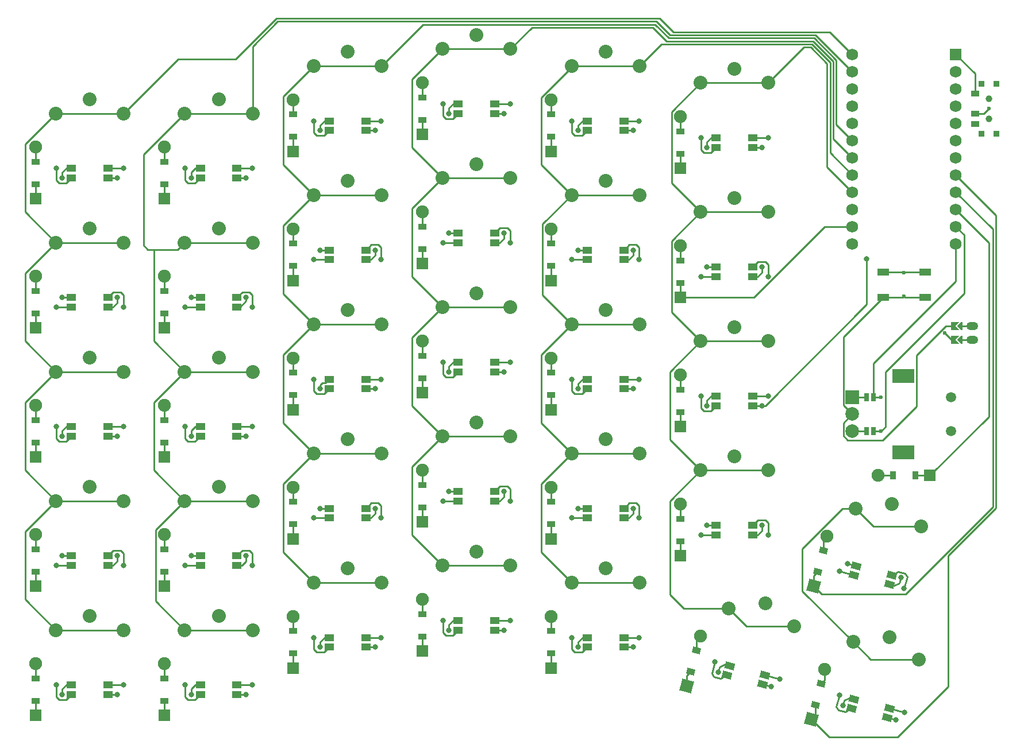
<source format=gbr>
%TF.GenerationSoftware,KiCad,Pcbnew,8.0.6*%
%TF.CreationDate,2025-03-22T19:16:27+01:00*%
%TF.ProjectId,left-finished,6c656674-2d66-4696-9e69-736865642e6b,v1.0.0*%
%TF.SameCoordinates,Original*%
%TF.FileFunction,Copper,L2,Bot*%
%TF.FilePolarity,Positive*%
%FSLAX46Y46*%
G04 Gerber Fmt 4.6, Leading zero omitted, Abs format (unit mm)*
G04 Created by KiCad (PCBNEW 8.0.6) date 2025-03-22 19:16:27*
%MOMM*%
%LPD*%
G01*
G04 APERTURE LIST*
G04 Aperture macros list*
%AMRotRect*
0 Rectangle, with rotation*
0 The origin of the aperture is its center*
0 $1 length*
0 $2 width*
0 $3 Rotation angle, in degrees counterclockwise*
0 Add horizontal line*
21,1,$1,$2,0,0,$3*%
%AMFreePoly0*
4,1,6,0.600000,-1.000000,0.000000,-0.400000,-0.600000,-1.000000,-0.600000,0.250000,0.600000,0.250000,0.600000,-1.000000,0.600000,-1.000000,$1*%
%AMFreePoly1*
4,1,6,0.600000,-0.200000,0.600000,-0.400000,-0.600000,-0.400000,-0.600000,-0.200000,0.000000,0.400000,0.600000,-0.200000,0.600000,-0.200000,$1*%
G04 Aperture macros list end*
%TA.AperFunction,WasherPad*%
%ADD10C,1.000000*%
%TD*%
%TA.AperFunction,ComponentPad*%
%ADD11C,2.032000*%
%TD*%
%TA.AperFunction,ComponentPad*%
%ADD12R,1.778000X1.778000*%
%TD*%
%TA.AperFunction,SMDPad,CuDef*%
%ADD13R,1.200000X0.900000*%
%TD*%
%TA.AperFunction,ComponentPad*%
%ADD14C,1.905000*%
%TD*%
%TA.AperFunction,ComponentPad*%
%ADD15C,0.600000*%
%TD*%
%TA.AperFunction,SMDPad,CuDef*%
%ADD16FreePoly0,90.000000*%
%TD*%
%TA.AperFunction,ComponentPad*%
%ADD17O,1.750000X1.200000*%
%TD*%
%TA.AperFunction,SMDPad,CuDef*%
%ADD18FreePoly1,90.000000*%
%TD*%
%TA.AperFunction,SMDPad,CuDef*%
%ADD19R,1.800000X1.100000*%
%TD*%
%TA.AperFunction,ComponentPad*%
%ADD20R,1.752600X1.752600*%
%TD*%
%TA.AperFunction,ComponentPad*%
%ADD21C,1.752600*%
%TD*%
%TA.AperFunction,SMDPad,CuDef*%
%ADD22R,0.635000X1.143000*%
%TD*%
%TA.AperFunction,ComponentPad*%
%ADD23RotRect,1.778000X1.778000X75.000000*%
%TD*%
%TA.AperFunction,SMDPad,CuDef*%
%ADD24RotRect,0.900000X1.200000X75.000000*%
%TD*%
%TA.AperFunction,SMDPad,CuDef*%
%ADD25R,0.900000X1.200000*%
%TD*%
%TA.AperFunction,SMDPad,CuDef*%
%ADD26R,0.900000X0.900000*%
%TD*%
%TA.AperFunction,SMDPad,CuDef*%
%ADD27R,1.250000X0.900000*%
%TD*%
%TA.AperFunction,ComponentPad*%
%ADD28R,3.200000X2.000000*%
%TD*%
%TA.AperFunction,ComponentPad*%
%ADD29C,1.500000*%
%TD*%
%TA.AperFunction,ComponentPad*%
%ADD30R,2.000000X2.000000*%
%TD*%
%TA.AperFunction,ComponentPad*%
%ADD31C,2.000000*%
%TD*%
%TA.AperFunction,SMDPad,CuDef*%
%ADD32R,1.400000X1.000000*%
%TD*%
%TA.AperFunction,SMDPad,CuDef*%
%ADD33RotRect,1.400000X1.000000X345.000000*%
%TD*%
%TA.AperFunction,SMDPad,CuDef*%
%ADD34RotRect,1.400000X1.000000X165.000000*%
%TD*%
%TA.AperFunction,ViaPad*%
%ADD35C,0.800000*%
%TD*%
%TA.AperFunction,Conductor*%
%ADD36C,0.250000*%
%TD*%
G04 APERTURE END LIST*
D10*
%TO.P,T1,*%
%TO.N,*%
X232500000Y-67800000D03*
X232500000Y-70800000D03*
%TD*%
D11*
%TO.P,S5,1*%
%TO.N,P1*%
X95000000Y-70000000D03*
X105000000Y-70000000D03*
%TO.P,S5,2*%
%TO.N,outer_num*%
X100000000Y-67900000D03*
X100000000Y-67900000D03*
%TD*%
D12*
%TO.P,D22,1*%
%TO.N,P15*%
X168000000Y-132760000D03*
D13*
X168000000Y-130600000D03*
%TO.P,D22,2*%
%TO.N,index_bottom*%
X168000000Y-127300000D03*
D14*
X168000000Y-125140000D03*
%TD*%
D15*
%TO.P,REF\u002A\u002A,1*%
%TO.N,RST*%
X220000000Y-93500000D03*
%TD*%
D11*
%TO.P,S13,1*%
%TO.N,P3*%
X133000000Y-101100000D03*
X143000000Y-101100000D03*
%TO.P,S13,2*%
%TO.N,ring_home*%
X138000000Y-99000000D03*
X138000000Y-99000000D03*
%TD*%
%TO.P,S28,1*%
%TO.N,P6*%
X190000000Y-84550000D03*
X200000000Y-84550000D03*
%TO.P,S28,2*%
%TO.N,inner_top*%
X195000000Y-82450000D03*
X195000000Y-82450000D03*
%TD*%
D12*
%TO.P,D27,1*%
%TO.N,P14*%
X187000000Y-116210000D03*
D13*
X187000000Y-114050000D03*
%TO.P,D27,2*%
%TO.N,inner_home*%
X187000000Y-110750000D03*
D14*
X187000000Y-108590000D03*
%TD*%
D12*
%TO.P,D16,1*%
%TO.N,P18*%
X149000000Y-149310000D03*
D13*
X149000000Y-147150000D03*
%TO.P,D16,2*%
%TO.N,middle_mod*%
X149000000Y-143850000D03*
D14*
X149000000Y-141690000D03*
%TD*%
D16*
%TO.P,JST1,1*%
%TO.N,pos*%
X227184000Y-103400000D03*
%TO.P,JST1,2*%
%TO.N,GND*%
X227184000Y-101400000D03*
D17*
%TO.P,JST1,11*%
%TO.N,JST1_1*%
X230000000Y-101400000D03*
%TO.P,JST1,12*%
%TO.N,JST1_2*%
X230000000Y-103400000D03*
D18*
%TO.P,JST1,31*%
%TO.N,JST1_1*%
X228200000Y-101400000D03*
%TO.P,JST1,32*%
%TO.N,JST1_2*%
X228200000Y-103400000D03*
%TD*%
D11*
%TO.P,S9,1*%
%TO.N,P0*%
X114000000Y-89050000D03*
X124000000Y-89050000D03*
%TO.P,S9,2*%
%TO.N,pinky_top*%
X119000000Y-86950000D03*
X119000000Y-86950000D03*
%TD*%
%TO.P,S26,1*%
%TO.N,P6*%
X190000000Y-122650000D03*
X200000000Y-122650000D03*
%TO.P,S26,2*%
%TO.N,inner_bottom*%
X195000000Y-120550000D03*
X195000000Y-120550000D03*
%TD*%
D15*
%TO.P,REF\u002A\u002A,1*%
%TO.N,GND*%
X220000000Y-97000000D03*
%TD*%
D11*
%TO.P,S14,1*%
%TO.N,P3*%
X133000000Y-82050000D03*
X143000000Y-82050000D03*
%TO.P,S14,2*%
%TO.N,ring_top*%
X138000000Y-79950000D03*
X138000000Y-79950000D03*
%TD*%
D12*
%TO.P,D18,1*%
%TO.N,P14*%
X149000000Y-111210000D03*
D13*
X149000000Y-109050000D03*
%TO.P,D18,2*%
%TO.N,middle_home*%
X149000000Y-105750000D03*
D14*
X149000000Y-103590000D03*
%TD*%
D12*
%TO.P,D24,1*%
%TO.N,P8*%
X168000000Y-94660000D03*
D13*
X168000000Y-92500000D03*
%TO.P,D24,2*%
%TO.N,index_top*%
X168000000Y-89200000D03*
D14*
X168000000Y-87040000D03*
%TD*%
D15*
%TO.P,REF\u002A\u002A,1*%
%TO.N,P10*%
X216600000Y-111900000D03*
%TD*%
D12*
%TO.P,D8,1*%
%TO.N,P14*%
X111000000Y-120710000D03*
D13*
X111000000Y-118550000D03*
%TO.P,D8,2*%
%TO.N,pinky_home*%
X111000000Y-115250000D03*
D14*
X111000000Y-113090000D03*
%TD*%
D12*
%TO.P,D10,1*%
%TO.N,P7*%
X111000000Y-82610000D03*
D13*
X111000000Y-80450000D03*
%TO.P,D10,2*%
%TO.N,pinky_num*%
X111000000Y-77150000D03*
D14*
X111000000Y-74990000D03*
%TD*%
D12*
%TO.P,D13,1*%
%TO.N,P14*%
X130000000Y-113710000D03*
D13*
X130000000Y-111550000D03*
%TO.P,D13,2*%
%TO.N,ring_home*%
X130000000Y-108250000D03*
D14*
X130000000Y-106090000D03*
%TD*%
D12*
%TO.P,D1,1*%
%TO.N,P18*%
X92000000Y-158810000D03*
D13*
X92000000Y-156650000D03*
%TO.P,D1,2*%
%TO.N,outer_mod*%
X92000000Y-153350000D03*
D14*
X92000000Y-151190000D03*
%TD*%
D19*
%TO.P,B2,1*%
%TO.N,GND*%
X223100000Y-97150000D03*
X216900000Y-97150000D03*
%TO.P,B2,2*%
%TO.N,RST*%
X223100000Y-93450000D03*
X216900000Y-93450000D03*
%TD*%
D11*
%TO.P,S18,1*%
%TO.N,P4*%
X152000000Y-98600000D03*
X162000000Y-98600000D03*
%TO.P,S18,2*%
%TO.N,middle_home*%
X157000000Y-96500000D03*
X157000000Y-96500000D03*
%TD*%
D20*
%TO.P,MCU1,1*%
%TO.N,RAW*%
X227620000Y-61330000D03*
D21*
%TO.P,MCU1,2*%
%TO.N,GND*%
X227620000Y-63870000D03*
%TO.P,MCU1,3*%
%TO.N,RST*%
X227620000Y-66410000D03*
%TO.P,MCU1,4*%
%TO.N,VCC*%
X227620000Y-68950000D03*
%TO.P,MCU1,5*%
%TO.N,P21*%
X227620000Y-71490000D03*
%TO.P,MCU1,6*%
%TO.N,P20*%
X227620000Y-74030000D03*
%TO.P,MCU1,7*%
%TO.N,P19*%
X227620000Y-76570000D03*
%TO.P,MCU1,8*%
%TO.N,P18*%
X227620000Y-79110000D03*
%TO.P,MCU1,9*%
%TO.N,P15*%
X227620000Y-81650000D03*
%TO.P,MCU1,10*%
%TO.N,P14*%
X227620000Y-84190000D03*
%TO.P,MCU1,11*%
%TO.N,P16*%
X227620000Y-86730000D03*
%TO.P,MCU1,12*%
%TO.N,P10*%
X227620000Y-89270000D03*
%TO.P,MCU1,13*%
%TO.N,P1*%
X212380000Y-61330000D03*
%TO.P,MCU1,14*%
%TO.N,P0*%
X212380000Y-63870000D03*
%TO.P,MCU1,15*%
%TO.N,GND*%
X212380000Y-66410000D03*
%TO.P,MCU1,16*%
X212380000Y-68950000D03*
%TO.P,MCU1,17*%
%TO.N,P2*%
X212380000Y-71490000D03*
%TO.P,MCU1,18*%
%TO.N,P3*%
X212380000Y-74030000D03*
%TO.P,MCU1,19*%
%TO.N,P4*%
X212380000Y-76570000D03*
%TO.P,MCU1,20*%
%TO.N,P5*%
X212380000Y-79110000D03*
%TO.P,MCU1,21*%
%TO.N,P6*%
X212380000Y-81650000D03*
%TO.P,MCU1,22*%
%TO.N,P7*%
X212380000Y-84190000D03*
%TO.P,MCU1,23*%
%TO.N,P8*%
X212380000Y-86730000D03*
%TO.P,MCU1,24*%
%TO.N,P9*%
X212380000Y-89270000D03*
%TD*%
D11*
%TO.P,S30,1*%
%TO.N,P6*%
X194153883Y-143035387D03*
X203813142Y-145623577D03*
%TO.P,S30,2*%
%TO.N,outer_bottom_thumbs*%
X199527032Y-142301038D03*
X199527032Y-142301038D03*
%TD*%
D12*
%TO.P,D4,1*%
%TO.N,P8*%
X92000000Y-101660000D03*
D13*
X92000000Y-99500000D03*
%TO.P,D4,2*%
%TO.N,outer_top*%
X92000000Y-96200000D03*
D14*
X92000000Y-94040000D03*
%TD*%
D22*
%TO.P,J4,1*%
%TO.N,P16*%
X215500380Y-116900000D03*
%TO.P,J4,2*%
%TO.N,scroll-j2*%
X214499620Y-116900000D03*
%TD*%
D11*
%TO.P,S12,1*%
%TO.N,P3*%
X133000000Y-120150000D03*
X143000000Y-120150000D03*
%TO.P,S12,2*%
%TO.N,ring_bottom*%
X138000000Y-118050000D03*
X138000000Y-118050000D03*
%TD*%
D23*
%TO.P,D31,1*%
%TO.N,P18*%
X206344987Y-159356816D03*
D24*
X206904039Y-157270417D03*
%TO.P,D31,2*%
%TO.N,inner_bottom_thumbs*%
X207758139Y-154082861D03*
D14*
X208317191Y-151996462D03*
%TD*%
D15*
%TO.P,REF\u002A\u002A,1*%
%TO.N,P16*%
X216600000Y-116900000D03*
%TD*%
D11*
%TO.P,S27,1*%
%TO.N,P6*%
X190000000Y-103600000D03*
X200000000Y-103600000D03*
%TO.P,S27,2*%
%TO.N,inner_home*%
X195000000Y-101500000D03*
X195000000Y-101500000D03*
%TD*%
%TO.P,S10,1*%
%TO.N,P0*%
X114000000Y-70000000D03*
X124000000Y-70000000D03*
%TO.P,S10,2*%
%TO.N,pinky_num*%
X119000000Y-67900000D03*
X119000000Y-67900000D03*
%TD*%
D12*
%TO.P,D11,1*%
%TO.N,P18*%
X130000000Y-151810000D03*
D13*
X130000000Y-149650000D03*
%TO.P,D11,2*%
%TO.N,ring_mod*%
X130000000Y-146350000D03*
D14*
X130000000Y-144190000D03*
%TD*%
D11*
%TO.P,S17,1*%
%TO.N,P4*%
X152000000Y-117650000D03*
X162000000Y-117650000D03*
%TO.P,S17,2*%
%TO.N,middle_bottom*%
X157000000Y-115550000D03*
X157000000Y-115550000D03*
%TD*%
%TO.P,S11,1*%
%TO.N,P3*%
X133000000Y-139200000D03*
X143000000Y-139200000D03*
%TO.P,S11,2*%
%TO.N,ring_mod*%
X138000000Y-137100000D03*
X138000000Y-137100000D03*
%TD*%
D12*
%TO.P,D21,1*%
%TO.N,P18*%
X168000000Y-151810000D03*
D13*
X168000000Y-149650000D03*
%TO.P,D21,2*%
%TO.N,index_mod*%
X168000000Y-146350000D03*
D14*
X168000000Y-144190000D03*
%TD*%
D11*
%TO.P,S6,1*%
%TO.N,P0*%
X114000000Y-146200000D03*
X124000000Y-146200000D03*
%TO.P,S6,2*%
%TO.N,pinky_mod*%
X119000000Y-144100000D03*
X119000000Y-144100000D03*
%TD*%
D12*
%TO.P,D33,1*%
%TO.N,P14*%
X223810000Y-123400000D03*
D25*
X221650000Y-123400000D03*
%TO.P,D33,2*%
%TO.N,RB_ROW*%
X218350000Y-123400000D03*
D14*
X216190000Y-123400000D03*
%TD*%
D26*
%TO.P,T2,*%
%TO.N,*%
X233600000Y-65600000D03*
X231400000Y-65600000D03*
D10*
X232500000Y-67800000D03*
X232500000Y-70800000D03*
D26*
X233600000Y-73000000D03*
X231400000Y-73000000D03*
D27*
%TO.P,T2,1*%
%TO.N,RAW*%
X230425000Y-67050000D03*
%TO.P,T2,2*%
%TO.N,pos*%
X230425000Y-70050000D03*
%TO.P,T2,3*%
%TO.N,N/C*%
X230425000Y-71550000D03*
%TD*%
D22*
%TO.P,J3,1*%
%TO.N,P10*%
X215500380Y-111900000D03*
%TO.P,J3,2*%
%TO.N,scroll-j1*%
X214499620Y-111900000D03*
%TD*%
D11*
%TO.P,S15,1*%
%TO.N,P3*%
X133000000Y-63000000D03*
X143000000Y-63000000D03*
%TO.P,S15,2*%
%TO.N,ring_num*%
X138000000Y-60900000D03*
X138000000Y-60900000D03*
%TD*%
%TO.P,S4,1*%
%TO.N,P1*%
X95000000Y-89050000D03*
X105000000Y-89050000D03*
%TO.P,S4,2*%
%TO.N,outer_top*%
X100000000Y-86950000D03*
X100000000Y-86950000D03*
%TD*%
D12*
%TO.P,D26,1*%
%TO.N,P15*%
X187000000Y-135260000D03*
D13*
X187000000Y-133100000D03*
%TO.P,D26,2*%
%TO.N,inner_bottom*%
X187000000Y-129800000D03*
D14*
X187000000Y-127640000D03*
%TD*%
D11*
%TO.P,S25,1*%
%TO.N,P5*%
X171000000Y-63000000D03*
X181000000Y-63000000D03*
%TO.P,S25,2*%
%TO.N,index_num*%
X176000000Y-60900000D03*
X176000000Y-60900000D03*
%TD*%
D12*
%TO.P,D19,1*%
%TO.N,P8*%
X149000000Y-92160000D03*
D13*
X149000000Y-90000000D03*
%TO.P,D19,2*%
%TO.N,middle_top*%
X149000000Y-86700000D03*
D14*
X149000000Y-84540000D03*
%TD*%
D12*
%TO.P,D3,1*%
%TO.N,P14*%
X92000000Y-120710000D03*
D13*
X92000000Y-118550000D03*
%TO.P,D3,2*%
%TO.N,outer_home*%
X92000000Y-115250000D03*
D14*
X92000000Y-113090000D03*
%TD*%
D12*
%TO.P,D2,1*%
%TO.N,P15*%
X92000000Y-139760000D03*
D13*
X92000000Y-137600000D03*
%TO.P,D2,2*%
%TO.N,outer_bottom*%
X92000000Y-134300000D03*
D14*
X92000000Y-132140000D03*
%TD*%
D15*
%TO.P,REF\u002A\u002A,1*%
%TO.N,pos*%
X232500000Y-69300000D03*
%TD*%
D11*
%TO.P,S20,1*%
%TO.N,P4*%
X152000000Y-60500000D03*
X162000000Y-60500000D03*
%TO.P,S20,2*%
%TO.N,middle_num*%
X157000000Y-58400000D03*
X157000000Y-58400000D03*
%TD*%
D12*
%TO.P,D7,1*%
%TO.N,P15*%
X111000000Y-139760000D03*
D13*
X111000000Y-137600000D03*
%TO.P,D7,2*%
%TO.N,pinky_bottom*%
X111000000Y-134300000D03*
D14*
X111000000Y-132140000D03*
%TD*%
D15*
%TO.P,REF\u002A\u002A,1*%
%TO.N,pos*%
X226000000Y-102400000D03*
%TD*%
D28*
%TO.P,ROT1,*%
%TO.N,*%
X219880000Y-108760000D03*
X219880000Y-119960000D03*
D29*
%TO.P,ROT1,1*%
%TO.N,P9*%
X226880000Y-111860000D03*
%TO.P,ROT1,2*%
%TO.N,RB_ROW*%
X226880000Y-116860000D03*
D30*
%TO.P,ROT1,A*%
%TO.N,scroll-j1*%
X212380000Y-111860000D03*
D31*
%TO.P,ROT1,B*%
%TO.N,scroll-j2*%
X212380000Y-116860000D03*
%TO.P,ROT1,C*%
%TO.N,GND*%
X212380000Y-114360000D03*
%TD*%
D11*
%TO.P,S29,1*%
%TO.N,P6*%
X190000000Y-65500000D03*
X200000000Y-65500000D03*
%TO.P,S29,2*%
%TO.N,inner_num*%
X195000000Y-63400000D03*
X195000000Y-63400000D03*
%TD*%
D12*
%TO.P,D23,1*%
%TO.N,P14*%
X168000000Y-113710000D03*
D13*
X168000000Y-111550000D03*
%TO.P,D23,2*%
%TO.N,index_home*%
X168000000Y-108250000D03*
D14*
X168000000Y-106090000D03*
%TD*%
D11*
%TO.P,S31,1*%
%TO.N,P9*%
X212506474Y-147952949D03*
X222165733Y-150541139D03*
%TO.P,S31,2*%
%TO.N,inner_bottom_thumbs*%
X217879623Y-147218600D03*
X217879623Y-147218600D03*
%TD*%
%TO.P,S2,1*%
%TO.N,P1*%
X95000000Y-127150000D03*
X105000000Y-127150000D03*
%TO.P,S2,2*%
%TO.N,outer_bottom*%
X100000000Y-125050000D03*
X100000000Y-125050000D03*
%TD*%
D12*
%TO.P,D5,1*%
%TO.N,P7*%
X92000000Y-82610000D03*
D13*
X92000000Y-80450000D03*
%TO.P,D5,2*%
%TO.N,outer_num*%
X92000000Y-77150000D03*
D14*
X92000000Y-74990000D03*
%TD*%
D11*
%TO.P,S21,1*%
%TO.N,P5*%
X171000000Y-139200000D03*
X181000000Y-139200000D03*
%TO.P,S21,2*%
%TO.N,index_mod*%
X176000000Y-137100000D03*
X176000000Y-137100000D03*
%TD*%
D12*
%TO.P,D6,1*%
%TO.N,P18*%
X111000000Y-158810000D03*
D13*
X111000000Y-156650000D03*
%TO.P,D6,2*%
%TO.N,pinky_mod*%
X111000000Y-153350000D03*
D14*
X111000000Y-151190000D03*
%TD*%
D12*
%TO.P,D17,1*%
%TO.N,P15*%
X149000000Y-130260000D03*
D13*
X149000000Y-128100000D03*
%TO.P,D17,2*%
%TO.N,middle_bottom*%
X149000000Y-124800000D03*
D14*
X149000000Y-122640000D03*
%TD*%
D11*
%TO.P,S23,1*%
%TO.N,P5*%
X171000000Y-101100000D03*
X181000000Y-101100000D03*
%TO.P,S23,2*%
%TO.N,index_home*%
X176000000Y-99000000D03*
X176000000Y-99000000D03*
%TD*%
D12*
%TO.P,D20,1*%
%TO.N,P7*%
X149000000Y-73110000D03*
D13*
X149000000Y-70950000D03*
%TO.P,D20,2*%
%TO.N,middle_num*%
X149000000Y-67650000D03*
D14*
X149000000Y-65490000D03*
%TD*%
D11*
%TO.P,S1,1*%
%TO.N,P1*%
X95000000Y-146200000D03*
X105000000Y-146200000D03*
%TO.P,S1,2*%
%TO.N,outer_mod*%
X100000000Y-144100000D03*
X100000000Y-144100000D03*
%TD*%
%TO.P,S32,1*%
%TO.N,P9*%
X212848829Y-128322671D03*
X222508088Y-130910861D03*
%TO.P,S32,2*%
%TO.N,inner_top_thumbs*%
X218221978Y-127588322D03*
X218221978Y-127588322D03*
%TD*%
%TO.P,S22,1*%
%TO.N,P5*%
X171000000Y-120150000D03*
X181000000Y-120150000D03*
%TO.P,S22,2*%
%TO.N,index_bottom*%
X176000000Y-118050000D03*
X176000000Y-118050000D03*
%TD*%
%TO.P,S16,1*%
%TO.N,P4*%
X152000000Y-136700000D03*
X162000000Y-136700000D03*
%TO.P,S16,2*%
%TO.N,middle_mod*%
X157000000Y-134600000D03*
X157000000Y-134600000D03*
%TD*%
%TO.P,S3,1*%
%TO.N,P1*%
X95000000Y-108100000D03*
X105000000Y-108100000D03*
%TO.P,S3,2*%
%TO.N,outer_home*%
X100000000Y-106000000D03*
X100000000Y-106000000D03*
%TD*%
%TO.P,S24,1*%
%TO.N,P5*%
X171000000Y-82050000D03*
X181000000Y-82050000D03*
%TO.P,S24,2*%
%TO.N,index_top*%
X176000000Y-79950000D03*
X176000000Y-79950000D03*
%TD*%
%TO.P,S19,1*%
%TO.N,P4*%
X152000000Y-79550000D03*
X162000000Y-79550000D03*
%TO.P,S19,2*%
%TO.N,middle_top*%
X157000000Y-77450000D03*
X157000000Y-77450000D03*
%TD*%
D12*
%TO.P,D15,1*%
%TO.N,P7*%
X130000000Y-75610000D03*
D13*
X130000000Y-73450000D03*
%TO.P,D15,2*%
%TO.N,ring_num*%
X130000000Y-70150000D03*
D14*
X130000000Y-67990000D03*
%TD*%
D12*
%TO.P,D28,1*%
%TO.N,P8*%
X187000000Y-97160000D03*
D13*
X187000000Y-95000000D03*
%TO.P,D28,2*%
%TO.N,inner_top*%
X187000000Y-91700000D03*
D14*
X187000000Y-89540000D03*
%TD*%
D12*
%TO.P,D25,1*%
%TO.N,P7*%
X168000000Y-75610000D03*
D13*
X168000000Y-73450000D03*
%TO.P,D25,2*%
%TO.N,index_num*%
X168000000Y-70150000D03*
D14*
X168000000Y-67990000D03*
%TD*%
D12*
%TO.P,D29,1*%
%TO.N,P7*%
X187000000Y-78110000D03*
D13*
X187000000Y-75950000D03*
%TO.P,D29,2*%
%TO.N,inner_num*%
X187000000Y-72650000D03*
D14*
X187000000Y-70490000D03*
%TD*%
D23*
%TO.P,D30,1*%
%TO.N,P18*%
X187992396Y-154439254D03*
D24*
X188551448Y-152352855D03*
%TO.P,D30,2*%
%TO.N,outer_bottom_thumbs*%
X189405548Y-149165299D03*
D14*
X189964600Y-147078900D03*
%TD*%
D11*
%TO.P,S7,1*%
%TO.N,P0*%
X114000000Y-127150000D03*
X124000000Y-127150000D03*
%TO.P,S7,2*%
%TO.N,pinky_bottom*%
X119000000Y-125050000D03*
X119000000Y-125050000D03*
%TD*%
D12*
%TO.P,D14,1*%
%TO.N,P8*%
X130000000Y-94660000D03*
D13*
X130000000Y-92500000D03*
%TO.P,D14,2*%
%TO.N,ring_top*%
X130000000Y-89200000D03*
D14*
X130000000Y-87040000D03*
%TD*%
D12*
%TO.P,D12,1*%
%TO.N,P15*%
X130000000Y-132760000D03*
D13*
X130000000Y-130600000D03*
%TO.P,D12,2*%
%TO.N,ring_bottom*%
X130000000Y-127300000D03*
D14*
X130000000Y-125140000D03*
%TD*%
D23*
%TO.P,D32,1*%
%TO.N,P15*%
X206687342Y-139726538D03*
D24*
X207246394Y-137640139D03*
%TO.P,D32,2*%
%TO.N,inner_top_thumbs*%
X208100494Y-134452583D03*
D14*
X208659546Y-132366184D03*
%TD*%
D12*
%TO.P,D9,1*%
%TO.N,P8*%
X111000000Y-101660000D03*
D13*
X111000000Y-99500000D03*
%TO.P,D9,2*%
%TO.N,pinky_top*%
X111000000Y-96200000D03*
D14*
X111000000Y-94040000D03*
%TD*%
D11*
%TO.P,S8,1*%
%TO.N,P0*%
X114000000Y-108100000D03*
X124000000Y-108100000D03*
%TO.P,S8,2*%
%TO.N,pinky_home*%
X119000000Y-106000000D03*
X119000000Y-106000000D03*
%TD*%
D32*
%TO.P,LED9,1*%
%TO.N,VCC*%
X140700000Y-72500000D03*
%TO.P,LED9,2*%
%TO.N,led_3*%
X140700000Y-71100000D03*
%TO.P,LED9,3*%
%TO.N,GND*%
X135300000Y-71100000D03*
%TO.P,LED9,4*%
%TO.N,led_4*%
X135300000Y-72500000D03*
%TD*%
%TO.P,LED11,1*%
%TO.N,VCC*%
X159700000Y-108100000D03*
%TO.P,LED11,2*%
%TO.N,led_14*%
X159700000Y-106700000D03*
%TO.P,LED11,3*%
%TO.N,GND*%
X154300000Y-106700000D03*
%TO.P,LED11,4*%
%TO.N,led_15*%
X154300000Y-108100000D03*
%TD*%
%TO.P,LED5,1*%
%TO.N,VCC*%
X121700000Y-117600000D03*
%TO.P,LED5,2*%
%TO.N,led_16*%
X121700000Y-116200000D03*
%TO.P,LED5,3*%
%TO.N,GND*%
X116300000Y-116200000D03*
%TO.P,LED5,4*%
%TO.N,led_17*%
X116300000Y-117600000D03*
%TD*%
%TO.P,LED26,1*%
%TO.N,VCC*%
X154300000Y-125750000D03*
%TO.P,LED26,2*%
%TO.N,led_21*%
X154300000Y-127150000D03*
%TO.P,LED26,3*%
%TO.N,GND*%
X159700000Y-127150000D03*
%TO.P,LED26,4*%
%TO.N,led_22*%
X159700000Y-125750000D03*
%TD*%
%TO.P,LED22,1*%
%TO.N,VCC*%
X116300000Y-135250000D03*
%TO.P,LED22,2*%
%TO.N,led_19*%
X116300000Y-136650000D03*
%TO.P,LED22,3*%
%TO.N,GND*%
X121700000Y-136650000D03*
%TO.P,LED22,4*%
%TO.N,led_20*%
X121700000Y-135250000D03*
%TD*%
%TO.P,LED1,1*%
%TO.N,VCC*%
X102700000Y-155700000D03*
%TO.P,LED1,2*%
%TO.N,led_31*%
X102700000Y-154300000D03*
%TO.P,LED1,3*%
%TO.N,GND*%
X97300000Y-154300000D03*
%TO.P,LED1,4*%
%TO.N,led_32*%
X97300000Y-155700000D03*
%TD*%
%TO.P,LED20,1*%
%TO.N,VCC*%
X97300000Y-135250000D03*
%TO.P,LED20,2*%
%TO.N,led_18*%
X97300000Y-136650000D03*
%TO.P,LED20,3*%
%TO.N,GND*%
X102700000Y-136650000D03*
%TO.P,LED20,4*%
%TO.N,led_19*%
X102700000Y-135250000D03*
%TD*%
%TO.P,LED14,1*%
%TO.N,VCC*%
X178700000Y-110600000D03*
%TO.P,LED14,2*%
%TO.N,led_13*%
X178700000Y-109200000D03*
%TO.P,LED14,3*%
%TO.N,GND*%
X173300000Y-109200000D03*
%TO.P,LED14,4*%
%TO.N,led_14*%
X173300000Y-110600000D03*
%TD*%
%TO.P,LED17,1*%
%TO.N,VCC*%
X197700000Y-75000000D03*
%TO.P,LED17,2*%
%TO.N,P2*%
X197700000Y-73600000D03*
%TO.P,LED17,3*%
%TO.N,GND*%
X192300000Y-73600000D03*
%TO.P,LED17,4*%
%TO.N,led_1*%
X192300000Y-75000000D03*
%TD*%
%TO.P,LED25,1*%
%TO.N,VCC*%
X135300000Y-90150000D03*
%TO.P,LED25,2*%
%TO.N,led_8*%
X135300000Y-91550000D03*
%TO.P,LED25,3*%
%TO.N,GND*%
X140700000Y-91550000D03*
%TO.P,LED25,4*%
%TO.N,led_9*%
X140700000Y-90150000D03*
%TD*%
%TO.P,LED2,1*%
%TO.N,VCC*%
X102700000Y-117600000D03*
%TO.P,LED2,2*%
%TO.N,led_17*%
X102700000Y-116200000D03*
%TO.P,LED2,3*%
%TO.N,GND*%
X97300000Y-116200000D03*
%TO.P,LED2,4*%
%TO.N,led_18*%
X97300000Y-117600000D03*
%TD*%
%TO.P,LED16,1*%
%TO.N,VCC*%
X197700000Y-113100000D03*
%TO.P,LED16,2*%
%TO.N,led_12*%
X197700000Y-111700000D03*
%TO.P,LED16,3*%
%TO.N,GND*%
X192300000Y-111700000D03*
%TO.P,LED16,4*%
%TO.N,led_13*%
X192300000Y-113100000D03*
%TD*%
%TO.P,LED6,1*%
%TO.N,VCC*%
X121700000Y-79500000D03*
%TO.P,LED6,2*%
%TO.N,led_4*%
X121700000Y-78100000D03*
%TO.P,LED6,3*%
%TO.N,GND*%
X116300000Y-78100000D03*
%TO.P,LED6,4*%
%TO.N,led_5*%
X116300000Y-79500000D03*
%TD*%
D33*
%TO.P,LED18,1*%
%TO.N,VCC*%
X199132731Y-154204589D03*
%TO.P,LED18,2*%
%TO.N,led_26*%
X199495078Y-152852292D03*
%TO.P,LED18,3*%
%TO.N,GND*%
X194279079Y-151454669D03*
%TO.P,LED18,4*%
%TO.N,led_27*%
X193916732Y-152806966D03*
%TD*%
D32*
%TO.P,LED30,1*%
%TO.N,VCC*%
X192300000Y-130750000D03*
%TO.P,LED30,2*%
%TO.N,led_23*%
X192300000Y-132150000D03*
%TO.P,LED30,3*%
%TO.N,GND*%
X197700000Y-132150000D03*
%TO.P,LED30,4*%
%TO.N,led_24*%
X197700000Y-130750000D03*
%TD*%
%TO.P,LED12,1*%
%TO.N,VCC*%
X159700000Y-70000000D03*
%TO.P,LED12,2*%
%TO.N,led_2*%
X159700000Y-68600000D03*
%TO.P,LED12,3*%
%TO.N,GND*%
X154300000Y-68600000D03*
%TO.P,LED12,4*%
%TO.N,led_3*%
X154300000Y-70000000D03*
%TD*%
%TO.P,LED29,1*%
%TO.N,VCC*%
X173300000Y-90150000D03*
%TO.P,LED29,2*%
%TO.N,led_10*%
X173300000Y-91550000D03*
%TO.P,LED29,3*%
%TO.N,GND*%
X178700000Y-91550000D03*
%TO.P,LED29,4*%
%TO.N,led_11*%
X178700000Y-90150000D03*
%TD*%
D33*
%TO.P,LED19,1*%
%TO.N,VCC*%
X217485322Y-159122151D03*
%TO.P,LED19,2*%
%TO.N,led_25*%
X217847669Y-157769854D03*
%TO.P,LED19,3*%
%TO.N,GND*%
X212631670Y-156372231D03*
%TO.P,LED19,4*%
%TO.N,led_26*%
X212269323Y-157724528D03*
%TD*%
D32*
%TO.P,LED15,1*%
%TO.N,VCC*%
X178700000Y-72500000D03*
%TO.P,LED15,2*%
%TO.N,led_1*%
X178700000Y-71100000D03*
%TO.P,LED15,3*%
%TO.N,GND*%
X173300000Y-71100000D03*
%TO.P,LED15,4*%
%TO.N,led_2*%
X173300000Y-72500000D03*
%TD*%
%TO.P,LED24,1*%
%TO.N,VCC*%
X135300000Y-128250000D03*
%TO.P,LED24,2*%
%TO.N,led_20*%
X135300000Y-129650000D03*
%TO.P,LED24,3*%
%TO.N,GND*%
X140700000Y-129650000D03*
%TO.P,LED24,4*%
%TO.N,led_21*%
X140700000Y-128250000D03*
%TD*%
D34*
%TO.P,LED32,1*%
%TO.N,VCC*%
X212974025Y-136741954D03*
%TO.P,LED32,2*%
%TO.N,led_24*%
X212611678Y-138094251D03*
%TO.P,LED32,3*%
%TO.N,GND*%
X217827677Y-139491874D03*
%TO.P,LED32,4*%
%TO.N,led_25*%
X218190024Y-138139577D03*
%TD*%
D32*
%TO.P,LED23,1*%
%TO.N,VCC*%
X116300000Y-97150000D03*
%TO.P,LED23,2*%
%TO.N,led_7*%
X116300000Y-98550000D03*
%TO.P,LED23,3*%
%TO.N,GND*%
X121700000Y-98550000D03*
%TO.P,LED23,4*%
%TO.N,led_8*%
X121700000Y-97150000D03*
%TD*%
%TO.P,LED4,1*%
%TO.N,VCC*%
X121700000Y-155700000D03*
%TO.P,LED4,2*%
%TO.N,led_30*%
X121700000Y-154300000D03*
%TO.P,LED4,3*%
%TO.N,GND*%
X116300000Y-154300000D03*
%TO.P,LED4,4*%
%TO.N,led_31*%
X116300000Y-155700000D03*
%TD*%
%TO.P,LED10,1*%
%TO.N,VCC*%
X159700000Y-146200000D03*
%TO.P,LED10,2*%
%TO.N,led_28*%
X159700000Y-144800000D03*
%TO.P,LED10,3*%
%TO.N,GND*%
X154300000Y-144800000D03*
%TO.P,LED10,4*%
%TO.N,led_29*%
X154300000Y-146200000D03*
%TD*%
%TO.P,LED8,1*%
%TO.N,VCC*%
X140700000Y-110600000D03*
%TO.P,LED8,2*%
%TO.N,led_15*%
X140700000Y-109200000D03*
%TO.P,LED8,3*%
%TO.N,GND*%
X135300000Y-109200000D03*
%TO.P,LED8,4*%
%TO.N,led_16*%
X135300000Y-110600000D03*
%TD*%
%TO.P,LED3,1*%
%TO.N,VCC*%
X102700000Y-79500000D03*
%TO.P,LED3,2*%
%TO.N,led_5*%
X102700000Y-78100000D03*
%TO.P,LED3,3*%
%TO.N,GND*%
X97300000Y-78100000D03*
%TO.P,LED3,4*%
%TO.N,led_6*%
X97300000Y-79500000D03*
%TD*%
%TO.P,LED27,1*%
%TO.N,VCC*%
X154300000Y-87650000D03*
%TO.P,LED27,2*%
%TO.N,led_9*%
X154300000Y-89050000D03*
%TO.P,LED27,3*%
%TO.N,GND*%
X159700000Y-89050000D03*
%TO.P,LED27,4*%
%TO.N,led_10*%
X159700000Y-87650000D03*
%TD*%
%TO.P,LED21,1*%
%TO.N,VCC*%
X97300000Y-97150000D03*
%TO.P,LED21,2*%
%TO.N,led_6*%
X97300000Y-98550000D03*
%TO.P,LED21,3*%
%TO.N,GND*%
X102700000Y-98550000D03*
%TO.P,LED21,4*%
%TO.N,led_7*%
X102700000Y-97150000D03*
%TD*%
%TO.P,LED13,1*%
%TO.N,VCC*%
X178700000Y-148700000D03*
%TO.P,LED13,2*%
%TO.N,led_27*%
X178700000Y-147300000D03*
%TO.P,LED13,3*%
%TO.N,GND*%
X173300000Y-147300000D03*
%TO.P,LED13,4*%
%TO.N,led_28*%
X173300000Y-148700000D03*
%TD*%
%TO.P,LED28,1*%
%TO.N,VCC*%
X173300000Y-128250000D03*
%TO.P,LED28,2*%
%TO.N,led_22*%
X173300000Y-129650000D03*
%TO.P,LED28,3*%
%TO.N,GND*%
X178700000Y-129650000D03*
%TO.P,LED28,4*%
%TO.N,led_23*%
X178700000Y-128250000D03*
%TD*%
%TO.P,LED31,1*%
%TO.N,VCC*%
X192300000Y-92650000D03*
%TO.P,LED31,2*%
%TO.N,led_11*%
X192300000Y-94050000D03*
%TO.P,LED31,3*%
%TO.N,GND*%
X197700000Y-94050000D03*
%TO.P,LED31,4*%
%TO.N,led_12*%
X197700000Y-92650000D03*
%TD*%
%TO.P,LED7,1*%
%TO.N,VCC*%
X140700000Y-148700000D03*
%TO.P,LED7,2*%
%TO.N,led_29*%
X140700000Y-147300000D03*
%TO.P,LED7,3*%
%TO.N,GND*%
X135300000Y-147300000D03*
%TO.P,LED7,4*%
%TO.N,led_30*%
X135300000Y-148700000D03*
%TD*%
D35*
%TO.N,VCC*%
X161060000Y-70000000D03*
X114940000Y-135250000D03*
X133940000Y-128250000D03*
X104060000Y-79500000D03*
X104060000Y-155700000D03*
X180060000Y-148700000D03*
X123060000Y-155700000D03*
X123060000Y-79500000D03*
X114940000Y-97150000D03*
X142060000Y-110600000D03*
X190940000Y-92650000D03*
X123060000Y-117600000D03*
X104060000Y-117600000D03*
X214500000Y-91500000D03*
X161060000Y-108100000D03*
X211660365Y-136389960D03*
X199060000Y-113100000D03*
X200446390Y-154556583D03*
X190940000Y-130750000D03*
X142060000Y-72500000D03*
X152940000Y-87650000D03*
X199060000Y-75000000D03*
X95940000Y-135250000D03*
X180060000Y-110600000D03*
X133940000Y-90150000D03*
X152940000Y-125750000D03*
X218798981Y-159474144D03*
X171940000Y-128250000D03*
X95940000Y-97150000D03*
X161060000Y-146200000D03*
X180060000Y-72500000D03*
X171940000Y-90150000D03*
X142060000Y-148700000D03*
%TO.N,led_31*%
X104950000Y-154300000D03*
X114050000Y-154300000D03*
%TO.N,GND*%
X199060000Y-130750000D03*
X180060000Y-90150000D03*
X210955663Y-157372534D03*
X219503683Y-138491571D03*
X171940000Y-72500000D03*
X190940000Y-113100000D03*
X95940000Y-117600000D03*
X123060000Y-135250000D03*
X133940000Y-148700000D03*
X104060000Y-97150000D03*
X95940000Y-79500000D03*
X114940000Y-79500000D03*
X161060000Y-87650000D03*
X133940000Y-110600000D03*
X171940000Y-110600000D03*
X95940000Y-155700000D03*
X192603073Y-152454972D03*
X161060000Y-125750000D03*
X142060000Y-128250000D03*
X199060000Y-92650000D03*
X142060000Y-90150000D03*
X123060000Y-97150000D03*
X152940000Y-70000000D03*
X152940000Y-108100000D03*
X190940000Y-75000000D03*
X104060000Y-135250000D03*
X152940000Y-146200000D03*
X171940000Y-148700000D03*
X114940000Y-117600000D03*
X180060000Y-128250000D03*
X114940000Y-155700000D03*
X133940000Y-72500000D03*
%TO.N,led_32*%
X95050000Y-154300000D03*
%TO.N,led_17*%
X104950000Y-116200000D03*
X114050000Y-116200000D03*
%TO.N,led_18*%
X95050000Y-136650000D03*
X95050000Y-116200000D03*
%TO.N,led_5*%
X114050000Y-78100000D03*
X104950000Y-78100000D03*
%TO.N,led_6*%
X95050000Y-98550000D03*
X95050000Y-78100000D03*
%TO.N,led_30*%
X123950000Y-154300000D03*
X133050000Y-147300000D03*
%TO.N,led_16*%
X123950000Y-116200000D03*
X133050000Y-109200000D03*
%TO.N,led_4*%
X123950000Y-78100000D03*
X133050000Y-71100000D03*
%TO.N,led_29*%
X142950000Y-147300000D03*
X152050000Y-144800000D03*
%TO.N,led_15*%
X152050000Y-106700000D03*
X142950000Y-109200000D03*
%TO.N,led_3*%
X152050000Y-68600000D03*
X142950000Y-71100000D03*
%TO.N,led_28*%
X161950000Y-144800000D03*
X171050000Y-147300000D03*
%TO.N,led_14*%
X161950000Y-106700000D03*
X171050000Y-109200000D03*
%TO.N,led_2*%
X171050000Y-71100000D03*
X161950000Y-68600000D03*
%TO.N,led_27*%
X192105745Y-150872327D03*
X180950000Y-147300000D03*
%TO.N,led_13*%
X190050000Y-111700000D03*
X180950000Y-109200000D03*
%TO.N,led_1*%
X190050000Y-73600000D03*
X180950000Y-71100000D03*
%TO.N,led_12*%
X199950000Y-111700000D03*
X199950000Y-94050000D03*
%TO.N,P2*%
X199950000Y-73600000D03*
%TO.N,led_26*%
X210458336Y-155789889D03*
X201668411Y-153434635D03*
%TO.N,led_25*%
X220001010Y-140074216D03*
X220021002Y-158352197D03*
%TO.N,led_19*%
X104950000Y-136650000D03*
X114050000Y-136650000D03*
%TO.N,led_7*%
X114050000Y-98550000D03*
X104950000Y-98550000D03*
%TO.N,led_20*%
X123950000Y-136650000D03*
X133050000Y-129650000D03*
%TO.N,led_8*%
X133050000Y-91550000D03*
X123950000Y-98550000D03*
%TO.N,led_21*%
X142950000Y-129650000D03*
X152050000Y-127150000D03*
%TO.N,led_9*%
X142950000Y-91550000D03*
X152050000Y-89050000D03*
%TO.N,led_22*%
X171050000Y-129650000D03*
X161950000Y-127150000D03*
%TO.N,led_10*%
X171050000Y-91550000D03*
X161950000Y-89050000D03*
%TO.N,led_23*%
X190050000Y-132150000D03*
X180950000Y-129650000D03*
%TO.N,led_11*%
X180950000Y-91550000D03*
X190050000Y-94050000D03*
%TO.N,led_24*%
X210438344Y-137511907D03*
X199950000Y-132150000D03*
%TD*%
D36*
%TO.N,P1*%
X90500000Y-131650000D02*
X95000000Y-127150000D01*
X95000000Y-89050000D02*
X105000000Y-89050000D01*
X90500000Y-93550000D02*
X95000000Y-89050000D01*
X184000000Y-56000000D02*
X186000000Y-58000000D01*
X95000000Y-146200000D02*
X90500000Y-141700000D01*
X95000000Y-108100000D02*
X90500000Y-103600000D01*
X95000000Y-70000000D02*
X105000000Y-70000000D01*
X95000000Y-127150000D02*
X90500000Y-122650000D01*
X127500000Y-56000000D02*
X184000000Y-56000000D01*
X186000000Y-58000000D02*
X209050000Y-58000000D01*
X95000000Y-127150000D02*
X105000000Y-127150000D01*
X90500000Y-141700000D02*
X90500000Y-131650000D01*
X95000000Y-146200000D02*
X105000000Y-146200000D01*
X90500000Y-112600000D02*
X95000000Y-108100000D01*
X90500000Y-74500000D02*
X95000000Y-70000000D01*
X105000000Y-70000000D02*
X113000000Y-62000000D01*
X121500000Y-62000000D02*
X127500000Y-56000000D01*
X90500000Y-103600000D02*
X90500000Y-93550000D01*
X90500000Y-122650000D02*
X90500000Y-112600000D01*
X209050000Y-58000000D02*
X212380000Y-61330000D01*
X90500000Y-84550000D02*
X90500000Y-74500000D01*
X95000000Y-89050000D02*
X90500000Y-84550000D01*
X95000000Y-108100000D02*
X105000000Y-108100000D01*
X113000000Y-62000000D02*
X121500000Y-62000000D01*
%TO.N,outer_mod*%
X92000000Y-151190000D02*
X92000000Y-153350000D01*
%TO.N,outer_bottom*%
X92000000Y-132140000D02*
X92000000Y-134300000D01*
%TO.N,outer_home*%
X92000000Y-113090000D02*
X92000000Y-115250000D01*
%TO.N,outer_top*%
X92000000Y-96200000D02*
X92000000Y-94040000D01*
%TO.N,outer_num*%
X92000000Y-74990000D02*
X92000000Y-77150000D01*
%TO.N,P0*%
X109500000Y-90065999D02*
X108565999Y-90065999D01*
X185500000Y-58450000D02*
X206960000Y-58450000D01*
X109500000Y-122650000D02*
X114000000Y-127150000D01*
X107925000Y-89425000D02*
X107925000Y-76075000D01*
X109722500Y-141922500D02*
X114000000Y-146200000D01*
X112984001Y-90065999D02*
X109500000Y-90065999D01*
X109722500Y-131427500D02*
X109722500Y-141922500D01*
X206960000Y-58450000D02*
X212380000Y-63870000D01*
X114000000Y-127150000D02*
X109722500Y-131427500D01*
X124000000Y-70000000D02*
X114000000Y-70000000D01*
X108565999Y-90065999D02*
X107925000Y-89425000D01*
X109500000Y-103600000D02*
X114000000Y-108100000D01*
X124000000Y-108100000D02*
X114000000Y-108100000D01*
X127686396Y-56450000D02*
X183500000Y-56450000D01*
X107925000Y-76075000D02*
X114000000Y-70000000D01*
X109500000Y-112600000D02*
X109500000Y-122650000D01*
X114000000Y-89050000D02*
X112984001Y-90065999D01*
X124000000Y-60136396D02*
X127686396Y-56450000D01*
X124000000Y-70000000D02*
X124000000Y-60136396D01*
X183500000Y-56450000D02*
X185500000Y-58450000D01*
X114000000Y-108100000D02*
X109500000Y-112600000D01*
X124000000Y-146200000D02*
X114000000Y-146200000D01*
X109500000Y-90065999D02*
X109500000Y-103600000D01*
X114000000Y-127150000D02*
X124000000Y-127150000D01*
X114000000Y-89050000D02*
X124000000Y-89050000D01*
%TO.N,pinky_mod*%
X111000000Y-153350000D02*
X111000000Y-151190000D01*
%TO.N,pinky_bottom*%
X111000000Y-134300000D02*
X111000000Y-132140000D01*
%TO.N,pinky_home*%
X111000000Y-113090000D02*
X111000000Y-115250000D01*
%TO.N,pinky_top*%
X111000000Y-96200000D02*
X111000000Y-94040000D01*
%TO.N,pinky_num*%
X111000000Y-74990000D02*
X111000000Y-77150000D01*
%TO.N,P3*%
X128500000Y-77550000D02*
X133000000Y-82050000D01*
X133000000Y-82050000D02*
X143000000Y-82050000D01*
X128500000Y-67500000D02*
X128500000Y-77550000D01*
X128500000Y-134700000D02*
X133000000Y-139200000D01*
X143000000Y-63000000D02*
X149100000Y-56900000D01*
X143000000Y-101100000D02*
X133000000Y-101100000D01*
X128500000Y-124650000D02*
X128500000Y-134700000D01*
X133000000Y-120150000D02*
X128500000Y-124650000D01*
X210000000Y-71650000D02*
X212380000Y-74030000D01*
X128500000Y-115650000D02*
X133000000Y-120150000D01*
X128500000Y-86550000D02*
X128500000Y-96600000D01*
X210000000Y-62126396D02*
X210000000Y-71650000D01*
X149100000Y-56900000D02*
X183313604Y-56900000D01*
X206773604Y-58900000D02*
X210000000Y-62126396D01*
X185313604Y-58900000D02*
X206773604Y-58900000D01*
X133000000Y-101100000D02*
X128500000Y-105600000D01*
X133000000Y-82050000D02*
X128500000Y-86550000D01*
X133000000Y-120150000D02*
X143000000Y-120150000D01*
X133000000Y-63000000D02*
X128500000Y-67500000D01*
X133000000Y-139200000D02*
X143000000Y-139200000D01*
X128500000Y-96600000D02*
X133000000Y-101100000D01*
X183313604Y-56900000D02*
X185313604Y-58900000D01*
X133000000Y-63000000D02*
X143000000Y-63000000D01*
X128500000Y-105600000D02*
X128500000Y-115650000D01*
%TO.N,ring_mod*%
X130000000Y-144190000D02*
X130000000Y-146350000D01*
%TO.N,ring_bottom*%
X130000000Y-125140000D02*
X130000000Y-127300000D01*
%TO.N,ring_home*%
X130000000Y-106090000D02*
X130000000Y-108250000D01*
%TO.N,ring_top*%
X130000000Y-87040000D02*
X130000000Y-89200000D01*
%TO.N,ring_num*%
X130000000Y-67990000D02*
X130000000Y-70150000D01*
%TO.N,P4*%
X147500000Y-75050000D02*
X152000000Y-79550000D01*
X162000000Y-60500000D02*
X165150000Y-57350000D01*
X162000000Y-98600000D02*
X152000000Y-98600000D01*
X147500000Y-94100000D02*
X152000000Y-98600000D01*
X152000000Y-79550000D02*
X162000000Y-79550000D01*
X152000000Y-60500000D02*
X162000000Y-60500000D01*
X152000000Y-79550000D02*
X147500000Y-84050000D01*
X147500000Y-84050000D02*
X147500000Y-94100000D01*
X183000000Y-57350000D02*
X185000000Y-59350000D01*
X209550000Y-62312792D02*
X209550000Y-73740000D01*
X147500000Y-65000000D02*
X147500000Y-75050000D01*
X152000000Y-98600000D02*
X147500000Y-103100000D01*
X147500000Y-113150000D02*
X152000000Y-117650000D01*
X152000000Y-136700000D02*
X162000000Y-136700000D01*
X147500000Y-103100000D02*
X147500000Y-113150000D01*
X185000000Y-59350000D02*
X206587208Y-59350000D01*
X152000000Y-117650000D02*
X147500000Y-122150000D01*
X147500000Y-132200000D02*
X152000000Y-136700000D01*
X152000000Y-117650000D02*
X162000000Y-117650000D01*
X206587208Y-59350000D02*
X209550000Y-62312792D01*
X209550000Y-73740000D02*
X212380000Y-76570000D01*
X165150000Y-57350000D02*
X183000000Y-57350000D01*
X152000000Y-60500000D02*
X147500000Y-65000000D01*
X147500000Y-122150000D02*
X147500000Y-132200000D01*
%TO.N,middle_mod*%
X149000000Y-143850000D02*
X149000000Y-141690000D01*
%TO.N,middle_bottom*%
X149000000Y-122640000D02*
X149000000Y-124800000D01*
%TO.N,middle_home*%
X149000000Y-103590000D02*
X149000000Y-105750000D01*
%TO.N,middle_top*%
X149000000Y-86700000D02*
X149000000Y-84540000D01*
%TO.N,middle_num*%
X149000000Y-67650000D02*
X149000000Y-65490000D01*
%TO.N,P5*%
X166500000Y-124650000D02*
X166500000Y-134700000D01*
X181000000Y-63000000D02*
X184200000Y-59800000D01*
X209100000Y-75830000D02*
X212380000Y-79110000D01*
X166722500Y-86327500D02*
X166722500Y-96822500D01*
X206400812Y-59800000D02*
X209100000Y-62499188D01*
X181000000Y-82050000D02*
X171000000Y-82050000D01*
X181000000Y-120150000D02*
X171000000Y-120150000D01*
X171000000Y-101100000D02*
X166500000Y-105600000D01*
X171000000Y-101100000D02*
X181000000Y-101100000D01*
X166500000Y-105600000D02*
X166500000Y-115650000D01*
X171000000Y-139200000D02*
X181000000Y-139200000D01*
X171000000Y-63183342D02*
X166500000Y-67683342D01*
X171000000Y-82050000D02*
X166722500Y-86327500D01*
X171000000Y-63000000D02*
X181000000Y-63000000D01*
X171000000Y-120150000D02*
X166500000Y-124650000D01*
X209100000Y-62499188D02*
X209100000Y-75830000D01*
X171000000Y-63000000D02*
X171000000Y-63183342D01*
X166500000Y-67683342D02*
X166500000Y-77550000D01*
X166500000Y-77550000D02*
X171000000Y-82050000D01*
X166500000Y-134700000D02*
X171000000Y-139200000D01*
X166722500Y-96822500D02*
X171000000Y-101100000D01*
X166500000Y-115650000D02*
X171000000Y-120150000D01*
X184200000Y-59800000D02*
X206400812Y-59800000D01*
%TO.N,index_mod*%
X168000000Y-146350000D02*
X168000000Y-144190000D01*
%TO.N,index_bottom*%
X168000000Y-125140000D02*
X168000000Y-127300000D01*
%TO.N,index_home*%
X168000000Y-106090000D02*
X168000000Y-108250000D01*
%TO.N,index_top*%
X168000000Y-87040000D02*
X168000000Y-89200000D01*
%TO.N,index_num*%
X168000000Y-67990000D02*
X168000000Y-70150000D01*
%TO.N,P6*%
X185722500Y-88827500D02*
X185722500Y-99322500D01*
X185722500Y-80272500D02*
X190000000Y-84550000D01*
X200000000Y-84550000D02*
X190000000Y-84550000D01*
X196742073Y-145623577D02*
X203813142Y-145623577D01*
X190000000Y-122650000D02*
X200000000Y-122650000D01*
X205250000Y-60250000D02*
X206214416Y-60250000D01*
X185722500Y-69777500D02*
X185722500Y-80272500D01*
X185500000Y-127150000D02*
X185500000Y-141000000D01*
X208650000Y-77920000D02*
X212380000Y-81650000D01*
X185722500Y-99322500D02*
X190000000Y-103600000D01*
X185500000Y-118150000D02*
X190000000Y-122650000D01*
X200000000Y-103600000D02*
X190000000Y-103600000D01*
X185500000Y-141000000D02*
X187535387Y-143035387D01*
X185500000Y-108100000D02*
X185500000Y-118150000D01*
X190000000Y-122650000D02*
X185500000Y-127150000D01*
X190000000Y-84550000D02*
X185722500Y-88827500D01*
X187535387Y-143035387D02*
X194153883Y-143035387D01*
X190000000Y-65500000D02*
X185722500Y-69777500D01*
X206214416Y-60250000D02*
X208650000Y-62685584D01*
X208650000Y-62685584D02*
X208650000Y-77920000D01*
X190000000Y-103600000D02*
X185500000Y-108100000D01*
X200000000Y-65500000D02*
X190000000Y-65500000D01*
X194153883Y-143035387D02*
X196742073Y-145623577D01*
X200000000Y-65500000D02*
X205250000Y-60250000D01*
%TO.N,inner_bottom*%
X187000000Y-129800000D02*
X187000000Y-127640000D01*
%TO.N,inner_home*%
X187000000Y-108590000D02*
X187000000Y-110750000D01*
%TO.N,inner_top*%
X187000000Y-89540000D02*
X187000000Y-91700000D01*
%TO.N,inner_num*%
X187000000Y-70490000D02*
X187000000Y-72650000D01*
%TO.N,outer_bottom_thumbs*%
X189405549Y-149165299D02*
X189405549Y-147637950D01*
X189405549Y-147637950D02*
X189964599Y-147078900D01*
%TO.N,P9*%
X205000000Y-134219071D02*
X210896400Y-128322671D01*
X212848829Y-128322671D02*
X215437019Y-130910861D01*
X212506474Y-147952949D02*
X205000000Y-140446475D01*
X215094664Y-150541139D02*
X222165733Y-150541139D01*
X212506474Y-147952949D02*
X215094664Y-150541139D01*
X215437019Y-130910861D02*
X222508088Y-130910861D01*
X210896400Y-128322671D02*
X212848829Y-128322671D01*
X205000000Y-140446475D02*
X205000000Y-134219071D01*
%TO.N,inner_bottom_thumbs*%
X208317190Y-153523811D02*
X207758140Y-154082861D01*
X208317190Y-151996462D02*
X208317190Y-153523811D01*
%TO.N,inner_top_thumbs*%
X208100495Y-134452583D02*
X208100495Y-132925234D01*
X208100495Y-132925234D02*
X208659545Y-132366184D01*
%TO.N,P18*%
X111000000Y-158810000D02*
X111000000Y-156650000D01*
X233500000Y-128236927D02*
X233500000Y-84990000D01*
X130000000Y-149650000D02*
X130000000Y-151810000D01*
X208988172Y-162000000D02*
X219000000Y-162000000D01*
X187992397Y-154439254D02*
X187992397Y-152911905D01*
X206904038Y-157270417D02*
X206904038Y-158797766D01*
X226500000Y-154500000D02*
X226500000Y-135236927D01*
X92000000Y-156650000D02*
X92000000Y-158810000D01*
X226500000Y-135236927D02*
X233500000Y-128236927D01*
X187992397Y-152911905D02*
X188551447Y-152352855D01*
X233500000Y-84990000D02*
X227620000Y-79110000D01*
X206904038Y-158797766D02*
X206344988Y-159356816D01*
X149000000Y-149310000D02*
X149000000Y-147150000D01*
X206344988Y-159356816D02*
X208988172Y-162000000D01*
X168000000Y-151810000D02*
X168000000Y-149650000D01*
X219000000Y-162000000D02*
X226500000Y-154500000D01*
%TO.N,P15*%
X168000000Y-130600000D02*
X168000000Y-132760000D01*
X92000000Y-137600000D02*
X92000000Y-139760000D01*
X206687343Y-138199189D02*
X207246393Y-137640139D01*
X207865844Y-140905039D02*
X206687343Y-139726538D01*
X227620000Y-81650000D02*
X233050000Y-87080000D01*
X233050000Y-87080000D02*
X233050000Y-128050531D01*
X206687343Y-139726538D02*
X206687343Y-138199189D01*
X233050000Y-128050531D02*
X220195492Y-140905039D01*
X220195492Y-140905039D02*
X207865844Y-140905039D01*
X187000000Y-135260000D02*
X187000000Y-133100000D01*
X130000000Y-132760000D02*
X130000000Y-130600000D01*
X111000000Y-137600000D02*
X111000000Y-139760000D01*
X149000000Y-130260000D02*
X149000000Y-128100000D01*
%TO.N,P14*%
X111000000Y-120710000D02*
X111000000Y-118550000D01*
X149000000Y-109050000D02*
X149000000Y-111210000D01*
X92000000Y-118550000D02*
X92000000Y-120710000D01*
X227620000Y-84190000D02*
X232500000Y-89070000D01*
X232500000Y-89070000D02*
X232500000Y-114710000D01*
X221650000Y-123400000D02*
X223810000Y-123400000D01*
X232500000Y-114710000D02*
X223810000Y-123400000D01*
X187000000Y-114050000D02*
X187000000Y-116210000D01*
X130000000Y-111550000D02*
X130000000Y-113710000D01*
X168000000Y-113710000D02*
X168000000Y-111550000D01*
%TO.N,P8*%
X130000000Y-92500000D02*
X130000000Y-94660000D01*
X208295305Y-86730000D02*
X212380000Y-86730000D01*
X187000000Y-95000000D02*
X187000000Y-97160000D01*
X197865305Y-97160000D02*
X208295305Y-86730000D01*
X187000000Y-97160000D02*
X197865305Y-97160000D01*
X111000000Y-101660000D02*
X111000000Y-99500000D01*
X92000000Y-101660000D02*
X92000000Y-99500000D01*
X149000000Y-92160000D02*
X149000000Y-90000000D01*
X168000000Y-92500000D02*
X168000000Y-94660000D01*
%TO.N,P7*%
X168000000Y-73450000D02*
X168000000Y-75610000D01*
X149000000Y-73110000D02*
X149000000Y-70950000D01*
X130000000Y-73450000D02*
X130000000Y-75610000D01*
X92000000Y-80450000D02*
X92000000Y-82610000D01*
X187000000Y-75950000D02*
X187000000Y-78110000D01*
X111000000Y-82610000D02*
X111000000Y-80450000D01*
%TO.N,VCC*%
X178700000Y-110600000D02*
X180060000Y-110600000D01*
X217485322Y-159122151D02*
X218798981Y-159474144D01*
X173300000Y-90150000D02*
X171940000Y-90150000D01*
X97300000Y-135250000D02*
X95940000Y-135250000D01*
X212974024Y-136741954D02*
X211660365Y-136389960D01*
X154300000Y-125750000D02*
X152940000Y-125750000D01*
X154300000Y-87650000D02*
X152940000Y-87650000D01*
X102700000Y-117600000D02*
X104060000Y-117600000D01*
X159700000Y-146200000D02*
X161060000Y-146200000D01*
X140700000Y-110600000D02*
X142060000Y-110600000D01*
X121700000Y-117600000D02*
X123060000Y-117600000D01*
X159700000Y-70000000D02*
X161060000Y-70000000D01*
X121700000Y-79500000D02*
X123060000Y-79500000D01*
X116300000Y-135250000D02*
X114940000Y-135250000D01*
X140700000Y-72500000D02*
X142060000Y-72500000D01*
X159700000Y-108100000D02*
X161060000Y-108100000D01*
X199575305Y-113100000D02*
X199060000Y-113100000D01*
X102700000Y-155700000D02*
X104060000Y-155700000D01*
X214500000Y-98175305D02*
X199575305Y-113100000D01*
X173300000Y-128250000D02*
X171940000Y-128250000D01*
X178700000Y-148700000D02*
X180060000Y-148700000D01*
X178700000Y-72500000D02*
X180060000Y-72500000D01*
X116300000Y-97150000D02*
X114940000Y-97150000D01*
X121700000Y-155700000D02*
X123060000Y-155700000D01*
X197700000Y-75000000D02*
X199060000Y-75000000D01*
X97300000Y-97150000D02*
X95940000Y-97150000D01*
X102700000Y-79500000D02*
X104060000Y-79500000D01*
X192300000Y-130750000D02*
X190940000Y-130750000D01*
X192300000Y-92650000D02*
X190940000Y-92650000D01*
X197700000Y-113100000D02*
X199060000Y-113100000D01*
X199132731Y-154204589D02*
X200446390Y-154556583D01*
X135300000Y-128250000D02*
X133940000Y-128250000D01*
X140700000Y-148700000D02*
X142060000Y-148700000D01*
X214500000Y-91500000D02*
X214500000Y-98175305D01*
X135300000Y-90150000D02*
X133940000Y-90150000D01*
%TO.N,led_31*%
X114050000Y-156060000D02*
X114050000Y-154300000D01*
X116300000Y-155700000D02*
X115519000Y-156485000D01*
X114471000Y-156485000D02*
X114050000Y-156060000D01*
X104950000Y-154300000D02*
X102700000Y-154300000D01*
X115519000Y-156485000D02*
X114471000Y-156485000D01*
%TO.N,GND*%
X219850000Y-97150000D02*
X220000000Y-97000000D01*
X95940000Y-78694084D02*
X95940000Y-79500000D01*
X191600000Y-111700000D02*
X190940000Y-112294084D01*
X96600000Y-116200000D02*
X95940000Y-116794084D01*
X115600000Y-154300000D02*
X114940000Y-154894084D01*
X135300000Y-109200000D02*
X134725000Y-109775000D01*
X172600000Y-109200000D02*
X171940000Y-109794084D01*
X134600000Y-71100000D02*
X133940000Y-71694084D01*
X133940000Y-147894084D02*
X133940000Y-148700000D01*
X102700000Y-136650000D02*
X103400000Y-136650000D01*
X142060000Y-90955916D02*
X142060000Y-90150000D01*
X154300000Y-106700000D02*
X153600000Y-106700000D01*
X191600000Y-73600000D02*
X190940000Y-74194084D01*
X180060000Y-90955916D02*
X180060000Y-90150000D01*
X133940000Y-71694084D02*
X133940000Y-72500000D01*
X180060000Y-129055916D02*
X180060000Y-128250000D01*
X192300000Y-73600000D02*
X191600000Y-73600000D01*
X211955521Y-156191058D02*
X211164250Y-156594079D01*
X134600000Y-147300000D02*
X133940000Y-147894084D01*
X216815000Y-118185000D02*
X211685000Y-118185000D01*
X134275000Y-109775000D02*
X133940000Y-110110000D01*
X220150000Y-97150000D02*
X220000000Y-97000000D01*
X211055000Y-113035000D02*
X211055000Y-102995000D01*
X190940000Y-74194084D02*
X190940000Y-75000000D01*
X153600000Y-106700000D02*
X152940000Y-107294084D01*
X198400000Y-94050000D02*
X199060000Y-93455916D01*
X197700000Y-132150000D02*
X198400000Y-132150000D01*
X172600000Y-147300000D02*
X171940000Y-147894084D01*
X133940000Y-110110000D02*
X133940000Y-110600000D01*
X178700000Y-91550000D02*
X179400000Y-91550000D01*
X97300000Y-154300000D02*
X96600000Y-154300000D01*
X96600000Y-78100000D02*
X95940000Y-78694084D01*
X96600000Y-154300000D02*
X95940000Y-154894084D01*
X172600000Y-71100000D02*
X171940000Y-71694084D01*
X159700000Y-127150000D02*
X160400000Y-127150000D01*
X153600000Y-144800000D02*
X152940000Y-145394084D01*
X194279078Y-151454670D02*
X193602930Y-151273496D01*
X152940000Y-69194084D02*
X152940000Y-70000000D01*
X212631669Y-156372232D02*
X211955521Y-156191058D01*
X114940000Y-78694084D02*
X114940000Y-79500000D01*
X103400000Y-98550000D02*
X104060000Y-97955916D01*
X104060000Y-97955916D02*
X104060000Y-97150000D01*
X123060000Y-136055916D02*
X123060000Y-135250000D01*
X116300000Y-78100000D02*
X115600000Y-78100000D01*
X104060000Y-136055916D02*
X104060000Y-135250000D01*
X114940000Y-154894084D02*
X114940000Y-155700000D01*
X161060000Y-88455916D02*
X161060000Y-87650000D01*
X192811659Y-151676517D02*
X192603073Y-152454972D01*
X116300000Y-116200000D02*
X115600000Y-116200000D01*
X159700000Y-89050000D02*
X160400000Y-89050000D01*
X211164250Y-156594079D02*
X210955663Y-157372534D01*
X192300000Y-111700000D02*
X191600000Y-111700000D01*
X160400000Y-89050000D02*
X161060000Y-88455916D01*
X198400000Y-132150000D02*
X199060000Y-131555916D01*
X114940000Y-116794084D02*
X114940000Y-117600000D01*
X211685000Y-118185000D02*
X211055000Y-117555000D01*
X171940000Y-147894084D02*
X171940000Y-148700000D01*
X152940000Y-145394084D02*
X152940000Y-146200000D01*
X173300000Y-147300000D02*
X172600000Y-147300000D01*
X122150000Y-98550000D02*
X123060000Y-97640000D01*
X227184000Y-101400000D02*
X226116116Y-101400000D01*
X173300000Y-71100000D02*
X172600000Y-71100000D01*
X199060000Y-131555916D02*
X199060000Y-130750000D01*
X160400000Y-127150000D02*
X161060000Y-126555916D01*
X121700000Y-136650000D02*
X122400000Y-136650000D01*
X141400000Y-91550000D02*
X142060000Y-90955916D01*
X212380000Y-114360000D02*
X211055000Y-113035000D01*
X116300000Y-154300000D02*
X115600000Y-154300000D01*
X95940000Y-154894084D02*
X95940000Y-155700000D01*
X161060000Y-126555916D02*
X161060000Y-125750000D01*
X211055000Y-102995000D02*
X216900000Y-97150000D01*
X152940000Y-107294084D02*
X152940000Y-108100000D01*
X211055000Y-117555000D02*
X211055000Y-115685000D01*
X135300000Y-147300000D02*
X134600000Y-147300000D01*
X103400000Y-136650000D02*
X104060000Y-136055916D01*
X153600000Y-68600000D02*
X152940000Y-69194084D01*
X178700000Y-129650000D02*
X179400000Y-129650000D01*
X142060000Y-129055916D02*
X142060000Y-128250000D01*
X115600000Y-116200000D02*
X114940000Y-116794084D01*
X171940000Y-109794084D02*
X171940000Y-110600000D01*
X140700000Y-91550000D02*
X141400000Y-91550000D01*
X218503825Y-139673046D02*
X219295096Y-139270026D01*
X171940000Y-71694084D02*
X171940000Y-72500000D01*
X121700000Y-98550000D02*
X122150000Y-98550000D01*
X97300000Y-78100000D02*
X96600000Y-78100000D01*
X95940000Y-116794084D02*
X95940000Y-117600000D01*
X134725000Y-109775000D02*
X134275000Y-109775000D01*
X221805000Y-113195000D02*
X216815000Y-118185000D01*
X135300000Y-71100000D02*
X134600000Y-71100000D01*
X199060000Y-93455916D02*
X199060000Y-92650000D01*
X140700000Y-129650000D02*
X141400000Y-129650000D01*
X179400000Y-129650000D02*
X180060000Y-129055916D01*
X97300000Y-116200000D02*
X96600000Y-116200000D01*
X219295096Y-139270026D02*
X219503683Y-138491571D01*
X115600000Y-78100000D02*
X114940000Y-78694084D01*
X102700000Y-98550000D02*
X103400000Y-98550000D01*
X223100000Y-97150000D02*
X220150000Y-97150000D01*
X217827677Y-139491873D02*
X218503825Y-139673046D01*
X221805000Y-105711116D02*
X221805000Y-113195000D01*
X154300000Y-144800000D02*
X153600000Y-144800000D01*
X179400000Y-91550000D02*
X180060000Y-90955916D01*
X190940000Y-112294084D02*
X190940000Y-113100000D01*
X226116116Y-101400000D02*
X221805000Y-105711116D01*
X141400000Y-129650000D02*
X142060000Y-129055916D01*
X173300000Y-109200000D02*
X172600000Y-109200000D01*
X193602930Y-151273496D02*
X192811659Y-151676517D01*
X154300000Y-68600000D02*
X153600000Y-68600000D01*
X197700000Y-94050000D02*
X198400000Y-94050000D01*
X211055000Y-115685000D02*
X212380000Y-114360000D01*
X122400000Y-136650000D02*
X123060000Y-136055916D01*
X216900000Y-97150000D02*
X219850000Y-97150000D01*
X123060000Y-97640000D02*
X123060000Y-97150000D01*
%TO.N,led_32*%
X97300000Y-155700000D02*
X96519000Y-156485000D01*
X95471000Y-156485000D02*
X95050000Y-156060000D01*
X95050000Y-156060000D02*
X95050000Y-154300000D01*
X96519000Y-156485000D02*
X95471000Y-156485000D01*
%TO.N,led_17*%
X114471000Y-118385000D02*
X114050000Y-117960000D01*
X115519000Y-118385000D02*
X114471000Y-118385000D01*
X104950000Y-116200000D02*
X102700000Y-116200000D01*
X116300000Y-117600000D02*
X115519000Y-118385000D01*
X114050000Y-117960000D02*
X114050000Y-116200000D01*
%TO.N,led_18*%
X95050000Y-136650000D02*
X97300000Y-136650000D01*
X95050000Y-117960000D02*
X95050000Y-116200000D01*
X95471000Y-118385000D02*
X95050000Y-117960000D01*
X96519000Y-118385000D02*
X95471000Y-118385000D01*
X97300000Y-117600000D02*
X96519000Y-118385000D01*
%TO.N,led_5*%
X114471000Y-80285000D02*
X114050000Y-79860000D01*
X116300000Y-79500000D02*
X115519000Y-80285000D01*
X114050000Y-79860000D02*
X114050000Y-78100000D01*
X104950000Y-78100000D02*
X102700000Y-78100000D01*
X115519000Y-80285000D02*
X114471000Y-80285000D01*
%TO.N,led_6*%
X95050000Y-98550000D02*
X97300000Y-98550000D01*
X95050000Y-79860000D02*
X95050000Y-78100000D01*
X97300000Y-79500000D02*
X96519000Y-80285000D01*
X95471000Y-80285000D02*
X95050000Y-79860000D01*
X96519000Y-80285000D02*
X95471000Y-80285000D01*
%TO.N,led_30*%
X123950000Y-154300000D02*
X121700000Y-154300000D01*
X134519000Y-149485000D02*
X133471000Y-149485000D01*
X133050000Y-149060000D02*
X133050000Y-147300000D01*
X135300000Y-148700000D02*
X134519000Y-149485000D01*
X133471000Y-149485000D02*
X133050000Y-149060000D01*
%TO.N,led_16*%
X135300000Y-110600000D02*
X134519000Y-111385000D01*
X133471000Y-111385000D02*
X133050000Y-110960000D01*
X123950000Y-116200000D02*
X121700000Y-116200000D01*
X134519000Y-111385000D02*
X133471000Y-111385000D01*
X133050000Y-110960000D02*
X133050000Y-109200000D01*
%TO.N,led_4*%
X134519000Y-73285000D02*
X133471000Y-73285000D01*
X123950000Y-78100000D02*
X121700000Y-78100000D01*
X133050000Y-72860000D02*
X133050000Y-71100000D01*
X135300000Y-72500000D02*
X134519000Y-73285000D01*
X133471000Y-73285000D02*
X133050000Y-72860000D01*
%TO.N,led_29*%
X152050000Y-146560000D02*
X152050000Y-144800000D01*
X153519000Y-146985000D02*
X152471000Y-146985000D01*
X142950000Y-147300000D02*
X140700000Y-147300000D01*
X152471000Y-146985000D02*
X152050000Y-146560000D01*
X154300000Y-146200000D02*
X153519000Y-146985000D01*
%TO.N,led_15*%
X153519000Y-108885000D02*
X152471000Y-108885000D01*
X142950000Y-109200000D02*
X140700000Y-109200000D01*
X152471000Y-108885000D02*
X152050000Y-108460000D01*
X154300000Y-108100000D02*
X153519000Y-108885000D01*
X152050000Y-108460000D02*
X152050000Y-106700000D01*
%TO.N,led_3*%
X152471000Y-70785000D02*
X152050000Y-70360000D01*
X142950000Y-71100000D02*
X140700000Y-71100000D01*
X154300000Y-70000000D02*
X153519000Y-70785000D01*
X152050000Y-70360000D02*
X152050000Y-68600000D01*
X153519000Y-70785000D02*
X152471000Y-70785000D01*
%TO.N,led_28*%
X171471000Y-149485000D02*
X171050000Y-149060000D01*
X173300000Y-148700000D02*
X172519000Y-149485000D01*
X161950000Y-144800000D02*
X159700000Y-144800000D01*
X172519000Y-149485000D02*
X171471000Y-149485000D01*
X171050000Y-149060000D02*
X171050000Y-147300000D01*
%TO.N,led_14*%
X172519000Y-111385000D02*
X171471000Y-111385000D01*
X171471000Y-111385000D02*
X171050000Y-110960000D01*
X171050000Y-110960000D02*
X171050000Y-109200000D01*
X173300000Y-110600000D02*
X172519000Y-111385000D01*
X161950000Y-106700000D02*
X159700000Y-106700000D01*
%TO.N,led_2*%
X172519000Y-73285000D02*
X171471000Y-73285000D01*
X171050000Y-72860000D02*
X171050000Y-71100000D01*
X161950000Y-68600000D02*
X159700000Y-68600000D01*
X173300000Y-72500000D02*
X172519000Y-73285000D01*
X171471000Y-73285000D02*
X171050000Y-72860000D01*
%TO.N,led_27*%
X192959171Y-153363080D02*
X191946881Y-153091838D01*
X191946881Y-153091838D02*
X191650224Y-152572356D01*
X180950000Y-147300000D02*
X178700000Y-147300000D01*
X191650224Y-152572356D02*
X192105745Y-150872327D01*
X193916732Y-152806966D02*
X192959171Y-153363080D01*
%TO.N,led_13*%
X190050000Y-113460000D02*
X190050000Y-111700000D01*
X192300000Y-113100000D02*
X191519000Y-113885000D01*
X190471000Y-113885000D02*
X190050000Y-113460000D01*
X180950000Y-109200000D02*
X178700000Y-109200000D01*
X191519000Y-113885000D02*
X190471000Y-113885000D01*
%TO.N,led_1*%
X191519000Y-75785000D02*
X190471000Y-75785000D01*
X192300000Y-75000000D02*
X191519000Y-75785000D01*
X190471000Y-75785000D02*
X190050000Y-75360000D01*
X180950000Y-71100000D02*
X178700000Y-71100000D01*
X190050000Y-75360000D02*
X190050000Y-73600000D01*
%TO.N,led_12*%
X199950000Y-92290000D02*
X199950000Y-94050000D01*
X199950000Y-111700000D02*
X197700000Y-111700000D01*
X197700000Y-92650000D02*
X198481000Y-91865000D01*
X198481000Y-91865000D02*
X199529000Y-91865000D01*
X199529000Y-91865000D02*
X199950000Y-92290000D01*
%TO.N,P2*%
X199950000Y-73600000D02*
X197700000Y-73600000D01*
%TO.N,led_26*%
X210299471Y-158009399D02*
X210002815Y-157489918D01*
X210002815Y-157489918D02*
X210458336Y-155789889D01*
X201668411Y-153434635D02*
X199495078Y-152852292D01*
X212269322Y-157724528D02*
X211311761Y-158280642D01*
X211311761Y-158280642D02*
X210299471Y-158009399D01*
%TO.N,led_25*%
X220456532Y-138374186D02*
X220001010Y-140074216D01*
X218190024Y-138139577D02*
X219147585Y-137583463D01*
X219147585Y-137583463D02*
X220159875Y-137854705D01*
X220159875Y-137854705D02*
X220456532Y-138374186D01*
X220021002Y-158352197D02*
X217847669Y-157769854D01*
%TO.N,led_19*%
X103481000Y-134465000D02*
X104529000Y-134465000D01*
X104529000Y-134465000D02*
X104950000Y-134890000D01*
X102700000Y-135250000D02*
X103481000Y-134465000D01*
X104950000Y-134890000D02*
X104950000Y-136650000D01*
X114050000Y-136650000D02*
X116300000Y-136650000D01*
%TO.N,led_7*%
X104529000Y-96365000D02*
X104950000Y-96790000D01*
X102700000Y-97150000D02*
X103481000Y-96365000D01*
X114050000Y-98550000D02*
X116300000Y-98550000D01*
X103481000Y-96365000D02*
X104529000Y-96365000D01*
X104950000Y-96790000D02*
X104950000Y-98550000D01*
%TO.N,led_20*%
X122481000Y-134465000D02*
X123529000Y-134465000D01*
X133050000Y-129650000D02*
X135300000Y-129650000D01*
X123950000Y-134890000D02*
X123950000Y-136650000D01*
X121700000Y-135250000D02*
X122481000Y-134465000D01*
X123529000Y-134465000D02*
X123950000Y-134890000D01*
%TO.N,led_8*%
X133050000Y-91550000D02*
X135300000Y-91550000D01*
X121700000Y-97150000D02*
X122481000Y-96365000D01*
X123950000Y-96790000D02*
X123950000Y-98550000D01*
X122481000Y-96365000D02*
X123529000Y-96365000D01*
X123529000Y-96365000D02*
X123950000Y-96790000D01*
%TO.N,led_21*%
X152050000Y-127150000D02*
X154300000Y-127150000D01*
X141481000Y-127465000D02*
X142529000Y-127465000D01*
X140700000Y-128250000D02*
X141481000Y-127465000D01*
X142529000Y-127465000D02*
X142950000Y-127890000D01*
X142950000Y-127890000D02*
X142950000Y-129650000D01*
%TO.N,led_9*%
X141481000Y-89365000D02*
X142529000Y-89365000D01*
X140700000Y-90150000D02*
X141481000Y-89365000D01*
X142529000Y-89365000D02*
X142950000Y-89790000D01*
X152050000Y-89050000D02*
X154300000Y-89050000D01*
X142950000Y-89790000D02*
X142950000Y-91550000D01*
%TO.N,led_22*%
X161950000Y-125390000D02*
X161950000Y-127150000D01*
X161529000Y-124965000D02*
X161950000Y-125390000D01*
X159700000Y-125750000D02*
X160481000Y-124965000D01*
X171050000Y-129650000D02*
X173300000Y-129650000D01*
X160481000Y-124965000D02*
X161529000Y-124965000D01*
%TO.N,led_10*%
X171050000Y-91550000D02*
X173300000Y-91550000D01*
X160481000Y-86865000D02*
X161529000Y-86865000D01*
X161950000Y-87290000D02*
X161950000Y-89050000D01*
X159700000Y-87650000D02*
X160481000Y-86865000D01*
X161529000Y-86865000D02*
X161950000Y-87290000D01*
%TO.N,led_23*%
X179481000Y-127465000D02*
X180529000Y-127465000D01*
X178700000Y-128250000D02*
X179481000Y-127465000D01*
X180950000Y-127890000D02*
X180950000Y-129650000D01*
X180529000Y-127465000D02*
X180950000Y-127890000D01*
X190050000Y-132150000D02*
X192300000Y-132150000D01*
%TO.N,led_11*%
X178700000Y-90150000D02*
X179481000Y-89365000D01*
X190050000Y-94050000D02*
X192300000Y-94050000D01*
X180950000Y-89790000D02*
X180950000Y-91550000D01*
X179481000Y-89365000D02*
X180529000Y-89365000D01*
X180529000Y-89365000D02*
X180950000Y-89790000D01*
%TO.N,led_24*%
X198481000Y-129965000D02*
X199529000Y-129965000D01*
X197700000Y-130750000D02*
X198481000Y-129965000D01*
X210438344Y-137511907D02*
X212611678Y-138094250D01*
X199529000Y-129965000D02*
X199950000Y-130390000D01*
X199950000Y-130390000D02*
X199950000Y-132150000D01*
%TO.N,RAW*%
X230425000Y-67050000D02*
X230425000Y-64135000D01*
X230425000Y-64135000D02*
X227620000Y-61330000D01*
%TO.N,RST*%
X220050000Y-93450000D02*
X220000000Y-93500000D01*
X223100000Y-93450000D02*
X220050000Y-93450000D01*
X219950000Y-93450000D02*
X220000000Y-93500000D01*
X216900000Y-93450000D02*
X219950000Y-93450000D01*
%TO.N,P16*%
X217225000Y-116275000D02*
X216600000Y-116900000D01*
X227620000Y-86730000D02*
X228821300Y-87931300D01*
X215500380Y-116900000D02*
X216600000Y-116900000D01*
X228821300Y-96568700D02*
X217225000Y-108165000D01*
X217225000Y-108165000D02*
X217225000Y-116275000D01*
X228821300Y-87931300D02*
X228821300Y-96568700D01*
%TO.N,P10*%
X215500380Y-106849620D02*
X215500380Y-111900000D01*
X215500380Y-111900000D02*
X216600000Y-111900000D01*
X227620000Y-94730000D02*
X215500380Y-106849620D01*
X227620000Y-89270000D02*
X227620000Y-94730000D01*
%TO.N,pos*%
X230425000Y-70050000D02*
X231750000Y-70050000D01*
X227184000Y-103400000D02*
X227000000Y-103400000D01*
X231750000Y-70050000D02*
X232500000Y-69300000D01*
X227000000Y-103400000D02*
X226000000Y-102400000D01*
%TO.N,JST1_1*%
X228200000Y-101400000D02*
X230000000Y-101400000D01*
%TO.N,JST1_2*%
X228200000Y-103400000D02*
X230000000Y-103400000D01*
%TO.N,RB_ROW*%
X218350000Y-123400000D02*
X216190000Y-123400000D01*
%TO.N,scroll-j1*%
X212380000Y-111860000D02*
X214459620Y-111860000D01*
X214459620Y-111860000D02*
X214499620Y-111900000D01*
%TO.N,scroll-j2*%
X212380000Y-116860000D02*
X214459620Y-116860000D01*
X214459620Y-116860000D02*
X214499620Y-116900000D01*
%TD*%
M02*

</source>
